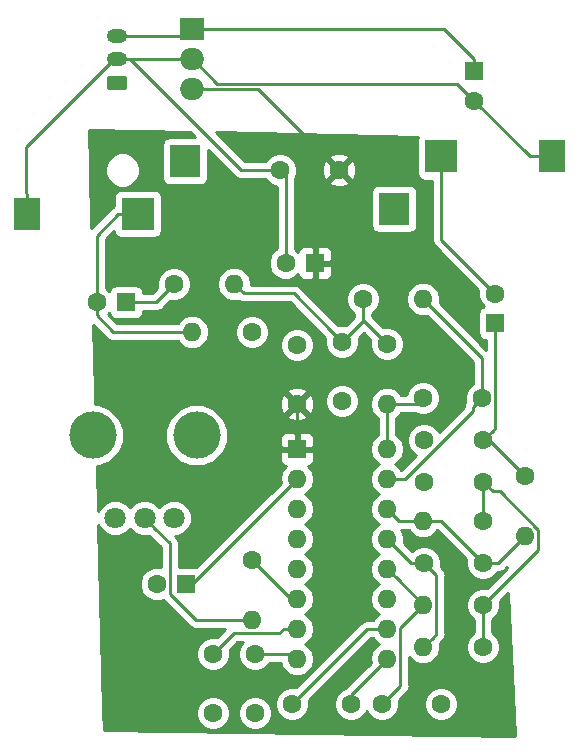
<source format=gbr>
G04 #@! TF.GenerationSoftware,KiCad,Pcbnew,(5.0.1)-rc2*
G04 #@! TF.CreationDate,2019-03-03T17:53:11-05:00*
G04 #@! TF.ProjectId,delay,64656C61792E6B696361645F70636200,rev?*
G04 #@! TF.SameCoordinates,Original*
G04 #@! TF.FileFunction,Copper,L1,Top,Signal*
G04 #@! TF.FilePolarity,Positive*
%FSLAX46Y46*%
G04 Gerber Fmt 4.6, Leading zero omitted, Abs format (unit mm)*
G04 Created by KiCad (PCBNEW (5.0.1)-rc2) date 3/3/2019 5:53:11 PM*
%MOMM*%
%LPD*%
G01*
G04 APERTURE LIST*
G04 #@! TA.AperFunction,ComponentPad*
%ADD10R,2.000000X1.905000*%
G04 #@! TD*
G04 #@! TA.AperFunction,ComponentPad*
%ADD11O,2.000000X1.905000*%
G04 #@! TD*
G04 #@! TA.AperFunction,SMDPad,CuDef*
%ADD12R,2.600000X2.800000*%
G04 #@! TD*
G04 #@! TA.AperFunction,SMDPad,CuDef*
%ADD13R,2.800000X2.800000*%
G04 #@! TD*
G04 #@! TA.AperFunction,SMDPad,CuDef*
%ADD14R,2.200000X2.800000*%
G04 #@! TD*
G04 #@! TA.AperFunction,ComponentPad*
%ADD15R,1.600000X1.600000*%
G04 #@! TD*
G04 #@! TA.AperFunction,ComponentPad*
%ADD16C,1.600000*%
G04 #@! TD*
G04 #@! TA.AperFunction,Conductor*
%ADD17C,0.100000*%
G04 #@! TD*
G04 #@! TA.AperFunction,ComponentPad*
%ADD18C,1.200000*%
G04 #@! TD*
G04 #@! TA.AperFunction,ComponentPad*
%ADD19O,1.750000X1.200000*%
G04 #@! TD*
G04 #@! TA.AperFunction,ComponentPad*
%ADD20O,1.600000X1.600000*%
G04 #@! TD*
G04 #@! TA.AperFunction,ComponentPad*
%ADD21C,1.800000*%
G04 #@! TD*
G04 #@! TA.AperFunction,WasherPad*
%ADD22C,4.000000*%
G04 #@! TD*
G04 #@! TA.AperFunction,Conductor*
%ADD23C,0.250000*%
G04 #@! TD*
G04 #@! TA.AperFunction,Conductor*
%ADD24C,0.254000*%
G04 #@! TD*
G04 APERTURE END LIST*
D10*
G04 #@! TO.P,U1,1*
G04 #@! TO.N,+12V*
X143764000Y-33782000D03*
D11*
G04 #@! TO.P,U1,2*
G04 #@! TO.N,GND*
X143764000Y-36322000D03*
G04 #@! TO.P,U1,3*
G04 #@! TO.N,+5V*
X143764000Y-38862000D03*
G04 #@! TD*
D12*
G04 #@! TO.P,J3,TN*
G04 #@! TO.N,Net-(J3-PadTN)*
X143170000Y-44970000D03*
D13*
G04 #@! TO.P,J3,T*
G04 #@! TO.N,Input*
X139170000Y-49420000D03*
D14*
G04 #@! TO.P,J3,S*
G04 #@! TO.N,GND*
X129770000Y-49420000D03*
G04 #@! TD*
G04 #@! TO.P,J2,S*
G04 #@! TO.N,GND*
X174268000Y-44560000D03*
D13*
G04 #@! TO.P,J2,T*
G04 #@! TO.N,Output*
X164868000Y-44560000D03*
D12*
G04 #@! TO.P,J2,TN*
G04 #@! TO.N,Net-(J2-PadTN)*
X160868000Y-49010000D03*
G04 #@! TD*
D15*
G04 #@! TO.P,C1,1*
G04 #@! TO.N,+12V*
X167640000Y-37338000D03*
D16*
G04 #@! TO.P,C1,2*
G04 #@! TO.N,GND*
X167640000Y-39838000D03*
G04 #@! TD*
G04 #@! TO.P,C2,2*
G04 #@! TO.N,GND*
X151210000Y-45720000D03*
G04 #@! TO.P,C2,1*
G04 #@! TO.N,+5V*
X156210000Y-45720000D03*
G04 #@! TD*
D15*
G04 #@! TO.P,C3,1*
G04 #@! TO.N,Net-(C3-Pad1)*
X143256000Y-80772000D03*
D16*
G04 #@! TO.P,C3,2*
G04 #@! TO.N,GND*
X140756000Y-80772000D03*
G04 #@! TD*
G04 #@! TO.P,C4,2*
G04 #@! TO.N,Net-(C4-Pad2)*
X145542000Y-86694000D03*
G04 #@! TO.P,C4,1*
G04 #@! TO.N,GND*
X145542000Y-91694000D03*
G04 #@! TD*
G04 #@! TO.P,C5,2*
G04 #@! TO.N,GND*
X151678000Y-53594000D03*
D15*
G04 #@! TO.P,C5,1*
G04 #@! TO.N,+5V*
X154178000Y-53594000D03*
G04 #@! TD*
D16*
G04 #@! TO.P,C6,2*
G04 #@! TO.N,GND*
X152654000Y-60532000D03*
G04 #@! TO.P,C6,1*
G04 #@! TO.N,+5V*
X152654000Y-65532000D03*
G04 #@! TD*
G04 #@! TO.P,C7,1*
G04 #@! TO.N,GND*
X149098000Y-91694000D03*
G04 #@! TO.P,C7,2*
G04 #@! TO.N,Net-(C7-Pad2)*
X149098000Y-86694000D03*
G04 #@! TD*
G04 #@! TO.P,C8,2*
G04 #@! TO.N,Net-(C8-Pad2)*
X168322000Y-65024000D03*
G04 #@! TO.P,C8,1*
G04 #@! TO.N,Net-(C8-Pad1)*
X163322000Y-65024000D03*
G04 #@! TD*
G04 #@! TO.P,C9,1*
G04 #@! TO.N,GND*
X156464000Y-65278000D03*
G04 #@! TO.P,C9,2*
G04 #@! TO.N,Net-(C9-Pad2)*
X156464000Y-60278000D03*
G04 #@! TD*
G04 #@! TO.P,C10,1*
G04 #@! TO.N,Net-(C10-Pad1)*
X157226000Y-90932000D03*
G04 #@! TO.P,C10,2*
G04 #@! TO.N,Net-(C10-Pad2)*
X152226000Y-90932000D03*
G04 #@! TD*
G04 #@! TO.P,C11,1*
G04 #@! TO.N,Net-(C11-Pad1)*
X164846000Y-90932000D03*
G04 #@! TO.P,C11,2*
G04 #@! TO.N,Net-(C11-Pad2)*
X159846000Y-90932000D03*
G04 #@! TD*
G04 #@! TO.P,C12,1*
G04 #@! TO.N,Net-(C12-Pad1)*
X168402000Y-78994000D03*
G04 #@! TO.P,C12,2*
G04 #@! TO.N,Net-(C12-Pad2)*
X163402000Y-78994000D03*
G04 #@! TD*
G04 #@! TO.P,C13,1*
G04 #@! TO.N,Net-(C13-Pad1)*
X168402000Y-68580000D03*
G04 #@! TO.P,C13,2*
G04 #@! TO.N,GND*
X163402000Y-68580000D03*
G04 #@! TD*
D15*
G04 #@! TO.P,C14,1*
G04 #@! TO.N,Net-(C13-Pad1)*
X169418000Y-58674000D03*
D16*
G04 #@! TO.P,C14,2*
G04 #@! TO.N,Output*
X169418000Y-56174000D03*
G04 #@! TD*
G04 #@! TO.P,C15,2*
G04 #@! TO.N,Input*
X135676000Y-56896000D03*
D15*
G04 #@! TO.P,C15,1*
G04 #@! TO.N,Net-(C15-Pad1)*
X138176000Y-56896000D03*
G04 #@! TD*
D16*
G04 #@! TO.P,C16,2*
G04 #@! TO.N,GND*
X163402000Y-72136000D03*
G04 #@! TO.P,C16,1*
G04 #@! TO.N,Net-(C16-Pad1)*
X168402000Y-72136000D03*
G04 #@! TD*
D17*
G04 #@! TO.N,-12V*
G04 #@! TO.C,J1*
G36*
X138063505Y-37755204D02*
X138087773Y-37758804D01*
X138111572Y-37764765D01*
X138134671Y-37773030D01*
X138156850Y-37783520D01*
X138177893Y-37796132D01*
X138197599Y-37810747D01*
X138215777Y-37827223D01*
X138232253Y-37845401D01*
X138246868Y-37865107D01*
X138259480Y-37886150D01*
X138269970Y-37908329D01*
X138278235Y-37931428D01*
X138284196Y-37955227D01*
X138287796Y-37979495D01*
X138289000Y-38003999D01*
X138289000Y-38704001D01*
X138287796Y-38728505D01*
X138284196Y-38752773D01*
X138278235Y-38776572D01*
X138269970Y-38799671D01*
X138259480Y-38821850D01*
X138246868Y-38842893D01*
X138232253Y-38862599D01*
X138215777Y-38880777D01*
X138197599Y-38897253D01*
X138177893Y-38911868D01*
X138156850Y-38924480D01*
X138134671Y-38934970D01*
X138111572Y-38943235D01*
X138087773Y-38949196D01*
X138063505Y-38952796D01*
X138039001Y-38954000D01*
X136788999Y-38954000D01*
X136764495Y-38952796D01*
X136740227Y-38949196D01*
X136716428Y-38943235D01*
X136693329Y-38934970D01*
X136671150Y-38924480D01*
X136650107Y-38911868D01*
X136630401Y-38897253D01*
X136612223Y-38880777D01*
X136595747Y-38862599D01*
X136581132Y-38842893D01*
X136568520Y-38821850D01*
X136558030Y-38799671D01*
X136549765Y-38776572D01*
X136543804Y-38752773D01*
X136540204Y-38728505D01*
X136539000Y-38704001D01*
X136539000Y-38003999D01*
X136540204Y-37979495D01*
X136543804Y-37955227D01*
X136549765Y-37931428D01*
X136558030Y-37908329D01*
X136568520Y-37886150D01*
X136581132Y-37865107D01*
X136595747Y-37845401D01*
X136612223Y-37827223D01*
X136630401Y-37810747D01*
X136650107Y-37796132D01*
X136671150Y-37783520D01*
X136693329Y-37773030D01*
X136716428Y-37764765D01*
X136740227Y-37758804D01*
X136764495Y-37755204D01*
X136788999Y-37754000D01*
X138039001Y-37754000D01*
X138063505Y-37755204D01*
X138063505Y-37755204D01*
G37*
D18*
G04 #@! TD*
G04 #@! TO.P,J1,1*
G04 #@! TO.N,-12V*
X137414000Y-38354000D03*
D19*
G04 #@! TO.P,J1,2*
G04 #@! TO.N,GND*
X137414000Y-36354000D03*
G04 #@! TO.P,J1,3*
G04 #@! TO.N,+12V*
X137414000Y-34354000D03*
G04 #@! TD*
D16*
G04 #@! TO.P,R1,1*
G04 #@! TO.N,Net-(R1-Pad1)*
X148844000Y-78740000D03*
D20*
G04 #@! TO.P,R1,2*
G04 #@! TO.N,Net-(R1-Pad2)*
X148844000Y-83820000D03*
G04 #@! TD*
G04 #@! TO.P,R2,2*
G04 #@! TO.N,Net-(C8-Pad1)*
X160274000Y-65532000D03*
D16*
G04 #@! TO.P,R2,1*
G04 #@! TO.N,Net-(C9-Pad2)*
X160274000Y-60452000D03*
G04 #@! TD*
G04 #@! TO.P,R3,1*
G04 #@! TO.N,Net-(C9-Pad2)*
X158242000Y-56642000D03*
D20*
G04 #@! TO.P,R3,2*
G04 #@! TO.N,Net-(C8-Pad2)*
X163322000Y-56642000D03*
G04 #@! TD*
G04 #@! TO.P,R4,2*
G04 #@! TO.N,Net-(C12-Pad1)*
X171958000Y-76708000D03*
D16*
G04 #@! TO.P,R4,1*
G04 #@! TO.N,Net-(C13-Pad1)*
X171958000Y-71628000D03*
G04 #@! TD*
D20*
G04 #@! TO.P,R5,2*
G04 #@! TO.N,Net-(C11-Pad2)*
X163322000Y-82550000D03*
D16*
G04 #@! TO.P,R5,1*
G04 #@! TO.N,Net-(C16-Pad1)*
X168402000Y-82550000D03*
G04 #@! TD*
G04 #@! TO.P,R6,1*
G04 #@! TO.N,Net-(C16-Pad1)*
X168402000Y-75438000D03*
D20*
G04 #@! TO.P,R6,2*
G04 #@! TO.N,Net-(C12-Pad1)*
X163322000Y-75438000D03*
G04 #@! TD*
D16*
G04 #@! TO.P,R7,1*
G04 #@! TO.N,Net-(C16-Pad1)*
X168402000Y-86106000D03*
D20*
G04 #@! TO.P,R7,2*
G04 #@! TO.N,Net-(C12-Pad2)*
X163322000Y-86106000D03*
G04 #@! TD*
G04 #@! TO.P,R8,2*
G04 #@! TO.N,Net-(C9-Pad2)*
X147320000Y-55372000D03*
D16*
G04 #@! TO.P,R8,1*
G04 #@! TO.N,Net-(C15-Pad1)*
X142240000Y-55372000D03*
G04 #@! TD*
G04 #@! TO.P,R9,1*
G04 #@! TO.N,GND*
X148844000Y-59436000D03*
D20*
G04 #@! TO.P,R9,2*
G04 #@! TO.N,Input*
X143764000Y-59436000D03*
G04 #@! TD*
D21*
G04 #@! TO.P,RV1,3*
G04 #@! TO.N,Net-(RV1-Pad3)*
X137240000Y-75184000D03*
G04 #@! TO.P,RV1,2*
G04 #@! TO.N,Net-(R1-Pad2)*
X139740000Y-75184000D03*
G04 #@! TO.P,RV1,1*
G04 #@! TO.N,GND*
X142240000Y-75184000D03*
D22*
G04 #@! TO.P,RV1,*
G04 #@! TO.N,*
X135340000Y-68184000D03*
X144140000Y-68184000D03*
G04 #@! TD*
D15*
G04 #@! TO.P,U2,1*
G04 #@! TO.N,+5V*
X152654000Y-69342000D03*
D20*
G04 #@! TO.P,U2,9*
G04 #@! TO.N,Net-(C10-Pad1)*
X160274000Y-87122000D03*
G04 #@! TO.P,U2,2*
G04 #@! TO.N,Net-(C3-Pad1)*
X152654000Y-71882000D03*
G04 #@! TO.P,U2,10*
G04 #@! TO.N,Net-(C10-Pad2)*
X160274000Y-84582000D03*
G04 #@! TO.P,U2,3*
G04 #@! TO.N,GND*
X152654000Y-74422000D03*
G04 #@! TO.P,U2,11*
G04 #@! TO.N,Net-(C11-Pad1)*
X160274000Y-82042000D03*
G04 #@! TO.P,U2,4*
G04 #@! TO.N,GND*
X152654000Y-76962000D03*
G04 #@! TO.P,U2,12*
G04 #@! TO.N,Net-(C11-Pad2)*
X160274000Y-79502000D03*
G04 #@! TO.P,U2,5*
G04 #@! TO.N,Net-(U2-Pad5)*
X152654000Y-79502000D03*
G04 #@! TO.P,U2,13*
G04 #@! TO.N,Net-(C12-Pad2)*
X160274000Y-76962000D03*
G04 #@! TO.P,U2,6*
G04 #@! TO.N,Net-(R1-Pad1)*
X152654000Y-82042000D03*
G04 #@! TO.P,U2,14*
G04 #@! TO.N,Net-(C12-Pad1)*
X160274000Y-74422000D03*
G04 #@! TO.P,U2,7*
G04 #@! TO.N,Net-(C4-Pad2)*
X152654000Y-84582000D03*
G04 #@! TO.P,U2,15*
G04 #@! TO.N,Net-(C8-Pad2)*
X160274000Y-71882000D03*
G04 #@! TO.P,U2,8*
G04 #@! TO.N,Net-(C7-Pad2)*
X152654000Y-87122000D03*
G04 #@! TO.P,U2,16*
G04 #@! TO.N,Net-(C8-Pad1)*
X160274000Y-69342000D03*
G04 #@! TD*
D23*
G04 #@! TO.N,+12V*
X143192000Y-34354000D02*
X143764000Y-33782000D01*
X137414000Y-34354000D02*
X143192000Y-34354000D01*
X145014000Y-33782000D02*
X143764000Y-33782000D01*
X165134000Y-33782000D02*
X145014000Y-33782000D01*
X167640000Y-36288000D02*
X165134000Y-33782000D01*
X167640000Y-37338000D02*
X167640000Y-36288000D01*
G04 #@! TO.N,GND*
X143732000Y-36354000D02*
X143764000Y-36322000D01*
X137414000Y-36354000D02*
X143732000Y-36354000D01*
X129770000Y-47770000D02*
X129770000Y-49420000D01*
X129694999Y-47694999D02*
X129770000Y-47770000D01*
X129694999Y-43798001D02*
X129694999Y-47694999D01*
X137139000Y-36354000D02*
X129694999Y-43798001D01*
X137414000Y-36354000D02*
X137139000Y-36354000D01*
X150078630Y-45720000D02*
X151210000Y-45720000D01*
X147905000Y-45720000D02*
X150078630Y-45720000D01*
X138539000Y-36354000D02*
X147905000Y-45720000D01*
X137414000Y-36354000D02*
X138539000Y-36354000D01*
X172362000Y-44560000D02*
X167640000Y-39838000D01*
X174268000Y-44560000D02*
X172362000Y-44560000D01*
X143811500Y-36322000D02*
X143764000Y-36322000D01*
X145901491Y-38411991D02*
X143811500Y-36322000D01*
X166213991Y-38411991D02*
X145901491Y-38411991D01*
X167640000Y-39838000D02*
X166213991Y-38411991D01*
X151678000Y-46188000D02*
X151210000Y-45720000D01*
X151678000Y-53594000D02*
X151678000Y-46188000D01*
G04 #@! TO.N,+5V*
X149352000Y-38862000D02*
X156210000Y-45720000D01*
X143764000Y-38862000D02*
X149352000Y-38862000D01*
X154178000Y-47752000D02*
X156210000Y-45720000D01*
X154178000Y-53594000D02*
X154178000Y-47752000D01*
X152654000Y-65532000D02*
X152654000Y-69342000D01*
G04 #@! TO.N,Net-(C3-Pad1)*
X143764000Y-80772000D02*
X143256000Y-80772000D01*
X152654000Y-71882000D02*
X143764000Y-80772000D01*
G04 #@! TO.N,Net-(C4-Pad2)*
X151522630Y-84582000D02*
X152654000Y-84582000D01*
X151159629Y-84945001D02*
X151522630Y-84582000D01*
X147290999Y-84945001D02*
X151159629Y-84945001D01*
X145542000Y-86694000D02*
X147290999Y-84945001D01*
G04 #@! TO.N,Net-(C7-Pad2)*
X152226000Y-86694000D02*
X152654000Y-87122000D01*
X149098000Y-86694000D02*
X152226000Y-86694000D01*
G04 #@! TO.N,Net-(C8-Pad2)*
X168322000Y-61642000D02*
X163322000Y-56642000D01*
X168322000Y-65024000D02*
X168322000Y-61642000D01*
X167522001Y-65823999D02*
X168322000Y-65024000D01*
X167522001Y-66125001D02*
X167522001Y-65823999D01*
X161765002Y-71882000D02*
X167522001Y-66125001D01*
X160274000Y-71882000D02*
X161765002Y-71882000D01*
G04 #@! TO.N,Net-(C8-Pad1)*
X160274000Y-65532000D02*
X160274000Y-69342000D01*
X162814000Y-65532000D02*
X163322000Y-65024000D01*
X160274000Y-65532000D02*
X162814000Y-65532000D01*
G04 #@! TO.N,Net-(C9-Pad2)*
X158242000Y-58500000D02*
X158242000Y-56642000D01*
X156464000Y-60278000D02*
X158242000Y-58500000D01*
X158242000Y-58420000D02*
X158242000Y-56642000D01*
X160274000Y-60452000D02*
X158242000Y-58420000D01*
X155664001Y-59478001D02*
X156464000Y-60278000D01*
X152357999Y-56171999D02*
X155664001Y-59478001D01*
X148119999Y-56171999D02*
X152357999Y-56171999D01*
X147320000Y-55372000D02*
X148119999Y-56171999D01*
G04 #@! TO.N,Net-(C10-Pad1)*
X157226000Y-90170000D02*
X157226000Y-90932000D01*
X160274000Y-87122000D02*
X157226000Y-90170000D01*
G04 #@! TO.N,Net-(C10-Pad2)*
X158576000Y-84582000D02*
X160274000Y-84582000D01*
X152226000Y-90932000D02*
X158576000Y-84582000D01*
G04 #@! TO.N,Net-(C11-Pad2)*
X160645999Y-90132001D02*
X159846000Y-90932000D01*
X161399001Y-89378999D02*
X160645999Y-90132001D01*
X161399001Y-84472999D02*
X161399001Y-89378999D01*
X163322000Y-82550000D02*
X161399001Y-84472999D01*
X161073999Y-80301999D02*
X163322000Y-82550000D01*
X160274000Y-79502000D02*
X161073999Y-80301999D01*
G04 #@! TO.N,Net-(C12-Pad1)*
X169672000Y-78994000D02*
X168402000Y-78994000D01*
X171958000Y-76708000D02*
X169672000Y-78994000D01*
X164846000Y-75438000D02*
X168402000Y-78994000D01*
X163322000Y-75438000D02*
X164846000Y-75438000D01*
X161290000Y-75438000D02*
X163322000Y-75438000D01*
X160274000Y-74422000D02*
X161290000Y-75438000D01*
G04 #@! TO.N,Net-(C12-Pad2)*
X164121999Y-85306001D02*
X163322000Y-86106000D01*
X164447001Y-84980999D02*
X164121999Y-85306001D01*
X164447001Y-80039001D02*
X164447001Y-84980999D01*
X163402000Y-78994000D02*
X164447001Y-80039001D01*
X162306000Y-78994000D02*
X163402000Y-78994000D01*
X160274000Y-76962000D02*
X162306000Y-78994000D01*
G04 #@! TO.N,Net-(C13-Pad1)*
X169201999Y-67780001D02*
X168402000Y-68580000D01*
X169447001Y-67534999D02*
X169201999Y-67780001D01*
X169447001Y-59753001D02*
X169447001Y-67534999D01*
X169418000Y-59724000D02*
X169447001Y-59753001D01*
X169418000Y-58674000D02*
X169418000Y-59724000D01*
X168910000Y-68580000D02*
X168402000Y-68580000D01*
X171958000Y-71628000D02*
X168910000Y-68580000D01*
G04 #@! TO.N,Output*
X164868000Y-51624000D02*
X169418000Y-56174000D01*
X164868000Y-44560000D02*
X164868000Y-51624000D01*
G04 #@! TO.N,Input*
X137520000Y-49420000D02*
X139170000Y-49420000D01*
X135676000Y-51264000D02*
X137520000Y-49420000D01*
X135676000Y-56896000D02*
X135676000Y-51264000D01*
X142632630Y-59436000D02*
X143764000Y-59436000D01*
X137084630Y-59436000D02*
X142632630Y-59436000D01*
X135676000Y-58027370D02*
X137084630Y-59436000D01*
X135676000Y-56896000D02*
X135676000Y-58027370D01*
G04 #@! TO.N,Net-(C15-Pad1)*
X140716000Y-56896000D02*
X142240000Y-55372000D01*
X138176000Y-56896000D02*
X140716000Y-56896000D01*
G04 #@! TO.N,Net-(C16-Pad1)*
X168402000Y-72136000D02*
X168402000Y-75438000D01*
X168402000Y-86106000D02*
X168402000Y-82550000D01*
X169201999Y-72935999D02*
X168402000Y-72136000D01*
X169851001Y-72935999D02*
X169201999Y-72935999D01*
X173083001Y-76167999D02*
X169851001Y-72935999D01*
X173083001Y-77868999D02*
X173083001Y-76167999D01*
X168402000Y-82550000D02*
X173083001Y-77868999D01*
G04 #@! TO.N,Net-(R1-Pad1)*
X152146000Y-82042000D02*
X152654000Y-82042000D01*
X148844000Y-78740000D02*
X152146000Y-82042000D01*
G04 #@! TO.N,Net-(R1-Pad2)*
X140639999Y-76083999D02*
X139740000Y-75184000D01*
X141881001Y-77325001D02*
X140639999Y-76083999D01*
X141881001Y-81582003D02*
X141881001Y-77325001D01*
X144118998Y-83820000D02*
X141881001Y-81582003D01*
X148844000Y-83820000D02*
X144118998Y-83820000D01*
G04 #@! TD*
D24*
G04 #@! TO.N,+5V*
G36*
X143596510Y-42486312D02*
X144032758Y-42922560D01*
X141870000Y-42922560D01*
X141622235Y-42971843D01*
X141412191Y-43112191D01*
X141271843Y-43322235D01*
X141222560Y-43570000D01*
X141222560Y-46370000D01*
X141271843Y-46617765D01*
X141412191Y-46827809D01*
X141622235Y-46968157D01*
X141870000Y-47017440D01*
X144470000Y-47017440D01*
X144717765Y-46968157D01*
X144927809Y-46827809D01*
X145068157Y-46617765D01*
X145117440Y-46370000D01*
X145117440Y-44007242D01*
X147314670Y-46204472D01*
X147357071Y-46267929D01*
X147608463Y-46435904D01*
X147830148Y-46480000D01*
X147830152Y-46480000D01*
X147904999Y-46494888D01*
X147979846Y-46480000D01*
X149971570Y-46480000D01*
X149993466Y-46532862D01*
X150397138Y-46936534D01*
X150918001Y-47152283D01*
X150918000Y-52355570D01*
X150865138Y-52377466D01*
X150461466Y-52781138D01*
X150243000Y-53308561D01*
X150243000Y-53879439D01*
X150461466Y-54406862D01*
X150865138Y-54810534D01*
X151392561Y-55029000D01*
X151963439Y-55029000D01*
X152490862Y-54810534D01*
X152754155Y-54547241D01*
X152839673Y-54753699D01*
X153018302Y-54932327D01*
X153251691Y-55029000D01*
X153892250Y-55029000D01*
X154051000Y-54870250D01*
X154051000Y-53721000D01*
X154305000Y-53721000D01*
X154305000Y-54870250D01*
X154463750Y-55029000D01*
X155104309Y-55029000D01*
X155337698Y-54932327D01*
X155516327Y-54753699D01*
X155613000Y-54520310D01*
X155613000Y-53879750D01*
X155454250Y-53721000D01*
X154305000Y-53721000D01*
X154051000Y-53721000D01*
X154031000Y-53721000D01*
X154031000Y-53467000D01*
X154051000Y-53467000D01*
X154051000Y-52317750D01*
X154305000Y-52317750D01*
X154305000Y-53467000D01*
X155454250Y-53467000D01*
X155613000Y-53308250D01*
X155613000Y-52667690D01*
X155516327Y-52434301D01*
X155337698Y-52255673D01*
X155104309Y-52159000D01*
X154463750Y-52159000D01*
X154305000Y-52317750D01*
X154051000Y-52317750D01*
X153892250Y-52159000D01*
X153251691Y-52159000D01*
X153018302Y-52255673D01*
X152839673Y-52434301D01*
X152754155Y-52640759D01*
X152490862Y-52377466D01*
X152438000Y-52355570D01*
X152438000Y-47610000D01*
X158920560Y-47610000D01*
X158920560Y-50410000D01*
X158969843Y-50657765D01*
X159110191Y-50867809D01*
X159320235Y-51008157D01*
X159568000Y-51057440D01*
X162168000Y-51057440D01*
X162415765Y-51008157D01*
X162625809Y-50867809D01*
X162766157Y-50657765D01*
X162815440Y-50410000D01*
X162815440Y-47610000D01*
X162766157Y-47362235D01*
X162625809Y-47152191D01*
X162415765Y-47011843D01*
X162168000Y-46962560D01*
X159568000Y-46962560D01*
X159320235Y-47011843D01*
X159110191Y-47152191D01*
X158969843Y-47362235D01*
X158920560Y-47610000D01*
X152438000Y-47610000D01*
X152438000Y-46727745D01*
X155381861Y-46727745D01*
X155455995Y-46973864D01*
X155993223Y-47166965D01*
X156563454Y-47139778D01*
X156964005Y-46973864D01*
X157038139Y-46727745D01*
X156210000Y-45899605D01*
X155381861Y-46727745D01*
X152438000Y-46727745D01*
X152438000Y-46505181D01*
X152645000Y-46005439D01*
X152645000Y-45503223D01*
X154763035Y-45503223D01*
X154790222Y-46073454D01*
X154956136Y-46474005D01*
X155202255Y-46548139D01*
X156030395Y-45720000D01*
X156389605Y-45720000D01*
X157217745Y-46548139D01*
X157463864Y-46474005D01*
X157656965Y-45936777D01*
X157629778Y-45366546D01*
X157463864Y-44965995D01*
X157217745Y-44891861D01*
X156389605Y-45720000D01*
X156030395Y-45720000D01*
X155202255Y-44891861D01*
X154956136Y-44965995D01*
X154763035Y-45503223D01*
X152645000Y-45503223D01*
X152645000Y-45434561D01*
X152426534Y-44907138D01*
X152231651Y-44712255D01*
X155381861Y-44712255D01*
X156210000Y-45540395D01*
X157038139Y-44712255D01*
X156964005Y-44466136D01*
X156426777Y-44273035D01*
X155856546Y-44300222D01*
X155455995Y-44466136D01*
X155381861Y-44712255D01*
X152231651Y-44712255D01*
X152022862Y-44503466D01*
X151495439Y-44285000D01*
X150924561Y-44285000D01*
X150397138Y-44503466D01*
X149993466Y-44907138D01*
X149971570Y-44960000D01*
X148219802Y-44960000D01*
X145795341Y-42535539D01*
X162868740Y-42917780D01*
X162820560Y-43160000D01*
X162820560Y-45960000D01*
X162869843Y-46207765D01*
X163010191Y-46417809D01*
X163220235Y-46558157D01*
X163468000Y-46607440D01*
X164108000Y-46607440D01*
X164108001Y-51549148D01*
X164093112Y-51624000D01*
X164108001Y-51698852D01*
X164152097Y-51920537D01*
X164320072Y-52171929D01*
X164383528Y-52214329D01*
X168004896Y-55835698D01*
X167983000Y-55888561D01*
X167983000Y-56459439D01*
X168201466Y-56986862D01*
X168470503Y-57255899D01*
X168370235Y-57275843D01*
X168160191Y-57416191D01*
X168019843Y-57626235D01*
X167970560Y-57874000D01*
X167970560Y-59474000D01*
X168019843Y-59721765D01*
X168160191Y-59931809D01*
X168370235Y-60072157D01*
X168618000Y-60121440D01*
X168687001Y-60121440D01*
X168687001Y-60932199D01*
X164720688Y-56965887D01*
X164785113Y-56642000D01*
X164673740Y-56082091D01*
X164356577Y-55607423D01*
X163881909Y-55290260D01*
X163463333Y-55207000D01*
X163180667Y-55207000D01*
X162762091Y-55290260D01*
X162287423Y-55607423D01*
X161970260Y-56082091D01*
X161858887Y-56642000D01*
X161970260Y-57201909D01*
X162287423Y-57676577D01*
X162762091Y-57993740D01*
X163180667Y-58077000D01*
X163463333Y-58077000D01*
X163645887Y-58040688D01*
X167562001Y-61956803D01*
X167562000Y-63785570D01*
X167509138Y-63807466D01*
X167105466Y-64211138D01*
X166887000Y-64738561D01*
X166887000Y-65309439D01*
X166911789Y-65369284D01*
X166806097Y-65527462D01*
X166762001Y-65749147D01*
X166762001Y-65749152D01*
X166747113Y-65823999D01*
X166747294Y-65824907D01*
X164673167Y-67899033D01*
X164618534Y-67767138D01*
X164214862Y-67363466D01*
X163687439Y-67145000D01*
X163116561Y-67145000D01*
X162589138Y-67363466D01*
X162185466Y-67767138D01*
X161967000Y-68294561D01*
X161967000Y-68865439D01*
X162185466Y-69392862D01*
X162589138Y-69796534D01*
X162721034Y-69851167D01*
X161475284Y-71096917D01*
X161308577Y-70847423D01*
X160956242Y-70612000D01*
X161308577Y-70376577D01*
X161625740Y-69901909D01*
X161737113Y-69342000D01*
X161625740Y-68782091D01*
X161308577Y-68307423D01*
X161034000Y-68123957D01*
X161034000Y-66750043D01*
X161308577Y-66566577D01*
X161492043Y-66292000D01*
X162633388Y-66292000D01*
X163036561Y-66459000D01*
X163607439Y-66459000D01*
X164134862Y-66240534D01*
X164538534Y-65836862D01*
X164757000Y-65309439D01*
X164757000Y-64738561D01*
X164538534Y-64211138D01*
X164134862Y-63807466D01*
X163607439Y-63589000D01*
X163036561Y-63589000D01*
X162509138Y-63807466D01*
X162105466Y-64211138D01*
X161887000Y-64738561D01*
X161887000Y-64772000D01*
X161492043Y-64772000D01*
X161308577Y-64497423D01*
X160833909Y-64180260D01*
X160415333Y-64097000D01*
X160132667Y-64097000D01*
X159714091Y-64180260D01*
X159239423Y-64497423D01*
X158922260Y-64972091D01*
X158810887Y-65532000D01*
X158922260Y-66091909D01*
X159239423Y-66566577D01*
X159514000Y-66750044D01*
X159514001Y-68123956D01*
X159239423Y-68307423D01*
X158922260Y-68782091D01*
X158810887Y-69342000D01*
X158922260Y-69901909D01*
X159239423Y-70376577D01*
X159591758Y-70612000D01*
X159239423Y-70847423D01*
X158922260Y-71322091D01*
X158810887Y-71882000D01*
X158922260Y-72441909D01*
X159239423Y-72916577D01*
X159591758Y-73152000D01*
X159239423Y-73387423D01*
X158922260Y-73862091D01*
X158810887Y-74422000D01*
X158922260Y-74981909D01*
X159239423Y-75456577D01*
X159591758Y-75692000D01*
X159239423Y-75927423D01*
X158922260Y-76402091D01*
X158810887Y-76962000D01*
X158922260Y-77521909D01*
X159239423Y-77996577D01*
X159591758Y-78232000D01*
X159239423Y-78467423D01*
X158922260Y-78942091D01*
X158810887Y-79502000D01*
X158922260Y-80061909D01*
X159239423Y-80536577D01*
X159591758Y-80772000D01*
X159239423Y-81007423D01*
X158922260Y-81482091D01*
X158810887Y-82042000D01*
X158922260Y-82601909D01*
X159239423Y-83076577D01*
X159591758Y-83312000D01*
X159239423Y-83547423D01*
X159055957Y-83822000D01*
X158650846Y-83822000D01*
X158575999Y-83807112D01*
X158501152Y-83822000D01*
X158501148Y-83822000D01*
X158279463Y-83866096D01*
X158028071Y-84034071D01*
X157985671Y-84097527D01*
X152564302Y-89518897D01*
X152511439Y-89497000D01*
X151940561Y-89497000D01*
X151413138Y-89715466D01*
X151009466Y-90119138D01*
X150791000Y-90646561D01*
X150791000Y-91217439D01*
X151009466Y-91744862D01*
X151413138Y-92148534D01*
X151940561Y-92367000D01*
X152511439Y-92367000D01*
X153038862Y-92148534D01*
X153442534Y-91744862D01*
X153661000Y-91217439D01*
X153661000Y-90646561D01*
X153639103Y-90593698D01*
X158890802Y-85342000D01*
X159055957Y-85342000D01*
X159239423Y-85616577D01*
X159591758Y-85852000D01*
X159239423Y-86087423D01*
X158922260Y-86562091D01*
X158810887Y-87122000D01*
X158875312Y-87445886D01*
X156741918Y-89579281D01*
X156413138Y-89715466D01*
X156009466Y-90119138D01*
X155791000Y-90646561D01*
X155791000Y-91217439D01*
X156009466Y-91744862D01*
X156413138Y-92148534D01*
X156940561Y-92367000D01*
X157511439Y-92367000D01*
X158038862Y-92148534D01*
X158442534Y-91744862D01*
X158536000Y-91519215D01*
X158629466Y-91744862D01*
X159033138Y-92148534D01*
X159560561Y-92367000D01*
X160131439Y-92367000D01*
X160658862Y-92148534D01*
X161062534Y-91744862D01*
X161281000Y-91217439D01*
X161281000Y-90646561D01*
X163411000Y-90646561D01*
X163411000Y-91217439D01*
X163629466Y-91744862D01*
X164033138Y-92148534D01*
X164560561Y-92367000D01*
X165131439Y-92367000D01*
X165658862Y-92148534D01*
X166062534Y-91744862D01*
X166281000Y-91217439D01*
X166281000Y-90646561D01*
X166062534Y-90119138D01*
X165658862Y-89715466D01*
X165131439Y-89497000D01*
X164560561Y-89497000D01*
X164033138Y-89715466D01*
X163629466Y-90119138D01*
X163411000Y-90646561D01*
X161281000Y-90646561D01*
X161259103Y-90593698D01*
X161883474Y-89969328D01*
X161946930Y-89926928D01*
X162114905Y-89675536D01*
X162159001Y-89453851D01*
X162159001Y-89453847D01*
X162173889Y-89378999D01*
X162159001Y-89304151D01*
X162159001Y-86948380D01*
X162287423Y-87140577D01*
X162762091Y-87457740D01*
X163180667Y-87541000D01*
X163463333Y-87541000D01*
X163881909Y-87457740D01*
X164356577Y-87140577D01*
X164673740Y-86665909D01*
X164785113Y-86106000D01*
X164720688Y-85782113D01*
X164931471Y-85571330D01*
X164994930Y-85528928D01*
X165162905Y-85277536D01*
X165207001Y-85055851D01*
X165207001Y-85055847D01*
X165221889Y-84981000D01*
X165207001Y-84906153D01*
X165207001Y-80113849D01*
X165221889Y-80039001D01*
X165207001Y-79964153D01*
X165207001Y-79964149D01*
X165162905Y-79742464D01*
X164994930Y-79491072D01*
X164931474Y-79448672D01*
X164815104Y-79332302D01*
X164837000Y-79279439D01*
X164837000Y-78708561D01*
X164618534Y-78181138D01*
X164214862Y-77777466D01*
X163687439Y-77559000D01*
X163116561Y-77559000D01*
X162589138Y-77777466D01*
X162376703Y-77989901D01*
X161672688Y-77285886D01*
X161737113Y-76962000D01*
X161625740Y-76402091D01*
X161489371Y-76198000D01*
X162103957Y-76198000D01*
X162287423Y-76472577D01*
X162762091Y-76789740D01*
X163180667Y-76873000D01*
X163463333Y-76873000D01*
X163881909Y-76789740D01*
X164356577Y-76472577D01*
X164536501Y-76203302D01*
X166988896Y-78655699D01*
X166967000Y-78708561D01*
X166967000Y-79279439D01*
X167185466Y-79806862D01*
X167589138Y-80210534D01*
X168116561Y-80429000D01*
X168687439Y-80429000D01*
X169214862Y-80210534D01*
X169618534Y-79806862D01*
X169637136Y-79761953D01*
X169672000Y-79768888D01*
X169746847Y-79754000D01*
X169746852Y-79754000D01*
X169968537Y-79709904D01*
X170219929Y-79541929D01*
X170262331Y-79478470D01*
X170420610Y-79320191D01*
X170426483Y-79450716D01*
X168740302Y-81136897D01*
X168687439Y-81115000D01*
X168116561Y-81115000D01*
X167589138Y-81333466D01*
X167185466Y-81737138D01*
X166967000Y-82264561D01*
X166967000Y-82835439D01*
X167185466Y-83362862D01*
X167589138Y-83766534D01*
X167642001Y-83788430D01*
X167642000Y-84867570D01*
X167589138Y-84889466D01*
X167185466Y-85293138D01*
X166967000Y-85820561D01*
X166967000Y-86391439D01*
X167185466Y-86918862D01*
X167589138Y-87322534D01*
X168116561Y-87541000D01*
X168687439Y-87541000D01*
X169214862Y-87322534D01*
X169618534Y-86918862D01*
X169837000Y-86391439D01*
X169837000Y-85820561D01*
X169618534Y-85293138D01*
X169214862Y-84889466D01*
X169162000Y-84867570D01*
X169162000Y-83788430D01*
X169214862Y-83766534D01*
X169618534Y-83362862D01*
X169837000Y-82835439D01*
X169837000Y-82264561D01*
X169815103Y-82211698D01*
X170519050Y-81507751D01*
X171063069Y-93597060D01*
X136267925Y-93092782D01*
X136226029Y-91408561D01*
X144107000Y-91408561D01*
X144107000Y-91979439D01*
X144325466Y-92506862D01*
X144729138Y-92910534D01*
X145256561Y-93129000D01*
X145827439Y-93129000D01*
X146354862Y-92910534D01*
X146758534Y-92506862D01*
X146977000Y-91979439D01*
X146977000Y-91408561D01*
X147663000Y-91408561D01*
X147663000Y-91979439D01*
X147881466Y-92506862D01*
X148285138Y-92910534D01*
X148812561Y-93129000D01*
X149383439Y-93129000D01*
X149910862Y-92910534D01*
X150314534Y-92506862D01*
X150533000Y-91979439D01*
X150533000Y-91408561D01*
X150314534Y-90881138D01*
X149910862Y-90477466D01*
X149383439Y-90259000D01*
X148812561Y-90259000D01*
X148285138Y-90477466D01*
X147881466Y-90881138D01*
X147663000Y-91408561D01*
X146977000Y-91408561D01*
X146758534Y-90881138D01*
X146354862Y-90477466D01*
X145827439Y-90259000D01*
X145256561Y-90259000D01*
X144729138Y-90477466D01*
X144325466Y-90881138D01*
X144107000Y-91408561D01*
X136226029Y-91408561D01*
X135838016Y-75810460D01*
X135938690Y-76053507D01*
X136370493Y-76485310D01*
X136934670Y-76719000D01*
X137545330Y-76719000D01*
X138109507Y-76485310D01*
X138490000Y-76104817D01*
X138870493Y-76485310D01*
X139434670Y-76719000D01*
X140045330Y-76719000D01*
X140154838Y-76673640D01*
X140155526Y-76674328D01*
X140155529Y-76674330D01*
X141121002Y-77639804D01*
X141121002Y-79369956D01*
X141041439Y-79337000D01*
X140470561Y-79337000D01*
X139943138Y-79555466D01*
X139539466Y-79959138D01*
X139321000Y-80486561D01*
X139321000Y-81057439D01*
X139539466Y-81584862D01*
X139943138Y-81988534D01*
X140470561Y-82207000D01*
X141041439Y-82207000D01*
X141310186Y-82095681D01*
X141333072Y-82129932D01*
X141396531Y-82172334D01*
X143528669Y-84304473D01*
X143571069Y-84367929D01*
X143634525Y-84410329D01*
X143822460Y-84535904D01*
X143870603Y-84545480D01*
X144044146Y-84580000D01*
X144044150Y-84580000D01*
X144118998Y-84594888D01*
X144193846Y-84580000D01*
X146581198Y-84580000D01*
X145880302Y-85280897D01*
X145827439Y-85259000D01*
X145256561Y-85259000D01*
X144729138Y-85477466D01*
X144325466Y-85881138D01*
X144107000Y-86408561D01*
X144107000Y-86979439D01*
X144325466Y-87506862D01*
X144729138Y-87910534D01*
X145256561Y-88129000D01*
X145827439Y-88129000D01*
X146354862Y-87910534D01*
X146758534Y-87506862D01*
X146977000Y-86979439D01*
X146977000Y-86408561D01*
X146955103Y-86355698D01*
X147605801Y-85705001D01*
X148057603Y-85705001D01*
X147881466Y-85881138D01*
X147663000Y-86408561D01*
X147663000Y-86979439D01*
X147881466Y-87506862D01*
X148285138Y-87910534D01*
X148812561Y-88129000D01*
X149383439Y-88129000D01*
X149910862Y-87910534D01*
X150314534Y-87506862D01*
X150336430Y-87454000D01*
X151256926Y-87454000D01*
X151302260Y-87681909D01*
X151619423Y-88156577D01*
X152094091Y-88473740D01*
X152512667Y-88557000D01*
X152795333Y-88557000D01*
X153213909Y-88473740D01*
X153688577Y-88156577D01*
X154005740Y-87681909D01*
X154117113Y-87122000D01*
X154005740Y-86562091D01*
X153688577Y-86087423D01*
X153336242Y-85852000D01*
X153688577Y-85616577D01*
X154005740Y-85141909D01*
X154117113Y-84582000D01*
X154005740Y-84022091D01*
X153688577Y-83547423D01*
X153336242Y-83312000D01*
X153688577Y-83076577D01*
X154005740Y-82601909D01*
X154117113Y-82042000D01*
X154005740Y-81482091D01*
X153688577Y-81007423D01*
X153336242Y-80772000D01*
X153688577Y-80536577D01*
X154005740Y-80061909D01*
X154117113Y-79502000D01*
X154005740Y-78942091D01*
X153688577Y-78467423D01*
X153336242Y-78232000D01*
X153688577Y-77996577D01*
X154005740Y-77521909D01*
X154117113Y-76962000D01*
X154005740Y-76402091D01*
X153688577Y-75927423D01*
X153336242Y-75692000D01*
X153688577Y-75456577D01*
X154005740Y-74981909D01*
X154117113Y-74422000D01*
X154005740Y-73862091D01*
X153688577Y-73387423D01*
X153336242Y-73152000D01*
X153688577Y-72916577D01*
X154005740Y-72441909D01*
X154117113Y-71882000D01*
X154005740Y-71322091D01*
X153688577Y-70847423D01*
X153582082Y-70776265D01*
X153813698Y-70680327D01*
X153992327Y-70501699D01*
X154089000Y-70268310D01*
X154089000Y-69627750D01*
X153930250Y-69469000D01*
X152781000Y-69469000D01*
X152781000Y-69489000D01*
X152527000Y-69489000D01*
X152527000Y-69469000D01*
X151377750Y-69469000D01*
X151219000Y-69627750D01*
X151219000Y-70268310D01*
X151315673Y-70501699D01*
X151494302Y-70680327D01*
X151725918Y-70776265D01*
X151619423Y-70847423D01*
X151302260Y-71322091D01*
X151190887Y-71882000D01*
X151255312Y-72205886D01*
X144123260Y-79337939D01*
X144056000Y-79324560D01*
X142641001Y-79324560D01*
X142641001Y-77399848D01*
X142655889Y-77325001D01*
X142641001Y-77250154D01*
X142641001Y-77250149D01*
X142596905Y-77028464D01*
X142428930Y-76777072D01*
X142365474Y-76734672D01*
X142349802Y-76719000D01*
X142545330Y-76719000D01*
X143109507Y-76485310D01*
X143541310Y-76053507D01*
X143775000Y-75489330D01*
X143775000Y-74878670D01*
X143541310Y-74314493D01*
X143109507Y-73882690D01*
X142545330Y-73649000D01*
X141934670Y-73649000D01*
X141370493Y-73882690D01*
X140990000Y-74263183D01*
X140609507Y-73882690D01*
X140045330Y-73649000D01*
X139434670Y-73649000D01*
X138870493Y-73882690D01*
X138490000Y-74263183D01*
X138109507Y-73882690D01*
X137545330Y-73649000D01*
X136934670Y-73649000D01*
X136370493Y-73882690D01*
X135938690Y-74314493D01*
X135808615Y-74628522D01*
X135713851Y-70819000D01*
X135864134Y-70819000D01*
X136832608Y-70417845D01*
X137573845Y-69676608D01*
X137975000Y-68708134D01*
X137975000Y-67659866D01*
X141505000Y-67659866D01*
X141505000Y-68708134D01*
X141906155Y-69676608D01*
X142647392Y-70417845D01*
X143615866Y-70819000D01*
X144664134Y-70819000D01*
X145632608Y-70417845D01*
X146373845Y-69676608D01*
X146775000Y-68708134D01*
X146775000Y-68415690D01*
X151219000Y-68415690D01*
X151219000Y-69056250D01*
X151377750Y-69215000D01*
X152527000Y-69215000D01*
X152527000Y-68065750D01*
X152781000Y-68065750D01*
X152781000Y-69215000D01*
X153930250Y-69215000D01*
X154089000Y-69056250D01*
X154089000Y-68415690D01*
X153992327Y-68182301D01*
X153813698Y-68003673D01*
X153580309Y-67907000D01*
X152939750Y-67907000D01*
X152781000Y-68065750D01*
X152527000Y-68065750D01*
X152368250Y-67907000D01*
X151727691Y-67907000D01*
X151494302Y-68003673D01*
X151315673Y-68182301D01*
X151219000Y-68415690D01*
X146775000Y-68415690D01*
X146775000Y-67659866D01*
X146373845Y-66691392D01*
X146222198Y-66539745D01*
X151825861Y-66539745D01*
X151899995Y-66785864D01*
X152437223Y-66978965D01*
X153007454Y-66951778D01*
X153408005Y-66785864D01*
X153482139Y-66539745D01*
X152654000Y-65711605D01*
X151825861Y-66539745D01*
X146222198Y-66539745D01*
X145632608Y-65950155D01*
X144664134Y-65549000D01*
X143615866Y-65549000D01*
X142647392Y-65950155D01*
X141906155Y-66691392D01*
X141505000Y-67659866D01*
X137975000Y-67659866D01*
X137573845Y-66691392D01*
X136832608Y-65950155D01*
X135864134Y-65549000D01*
X135582756Y-65549000D01*
X135576941Y-65315223D01*
X151207035Y-65315223D01*
X151234222Y-65885454D01*
X151400136Y-66286005D01*
X151646255Y-66360139D01*
X152474395Y-65532000D01*
X152833605Y-65532000D01*
X153661745Y-66360139D01*
X153907864Y-66286005D01*
X154100965Y-65748777D01*
X154073778Y-65178546D01*
X153996741Y-64992561D01*
X155029000Y-64992561D01*
X155029000Y-65563439D01*
X155247466Y-66090862D01*
X155651138Y-66494534D01*
X156178561Y-66713000D01*
X156749439Y-66713000D01*
X157276862Y-66494534D01*
X157680534Y-66090862D01*
X157899000Y-65563439D01*
X157899000Y-64992561D01*
X157680534Y-64465138D01*
X157276862Y-64061466D01*
X156749439Y-63843000D01*
X156178561Y-63843000D01*
X155651138Y-64061466D01*
X155247466Y-64465138D01*
X155029000Y-64992561D01*
X153996741Y-64992561D01*
X153907864Y-64777995D01*
X153661745Y-64703861D01*
X152833605Y-65532000D01*
X152474395Y-65532000D01*
X151646255Y-64703861D01*
X151400136Y-64777995D01*
X151207035Y-65315223D01*
X135576941Y-65315223D01*
X135557266Y-64524255D01*
X151825861Y-64524255D01*
X152654000Y-65352395D01*
X153482139Y-64524255D01*
X153408005Y-64278136D01*
X152870777Y-64085035D01*
X152300546Y-64112222D01*
X151899995Y-64278136D01*
X151825861Y-64524255D01*
X135557266Y-64524255D01*
X135415917Y-58842089D01*
X136494301Y-59920473D01*
X136536701Y-59983929D01*
X136600157Y-60026329D01*
X136788092Y-60151904D01*
X136805980Y-60155462D01*
X137009778Y-60196000D01*
X137009782Y-60196000D01*
X137084630Y-60210888D01*
X137159478Y-60196000D01*
X142545957Y-60196000D01*
X142729423Y-60470577D01*
X143204091Y-60787740D01*
X143622667Y-60871000D01*
X143905333Y-60871000D01*
X144323909Y-60787740D01*
X144798577Y-60470577D01*
X145115740Y-59995909D01*
X145227113Y-59436000D01*
X145170336Y-59150561D01*
X147409000Y-59150561D01*
X147409000Y-59721439D01*
X147627466Y-60248862D01*
X148031138Y-60652534D01*
X148558561Y-60871000D01*
X149129439Y-60871000D01*
X149656862Y-60652534D01*
X150060534Y-60248862D01*
X150061487Y-60246561D01*
X151219000Y-60246561D01*
X151219000Y-60817439D01*
X151437466Y-61344862D01*
X151841138Y-61748534D01*
X152368561Y-61967000D01*
X152939439Y-61967000D01*
X153466862Y-61748534D01*
X153870534Y-61344862D01*
X154089000Y-60817439D01*
X154089000Y-60246561D01*
X153870534Y-59719138D01*
X153466862Y-59315466D01*
X152939439Y-59097000D01*
X152368561Y-59097000D01*
X151841138Y-59315466D01*
X151437466Y-59719138D01*
X151219000Y-60246561D01*
X150061487Y-60246561D01*
X150279000Y-59721439D01*
X150279000Y-59150561D01*
X150060534Y-58623138D01*
X149656862Y-58219466D01*
X149129439Y-58001000D01*
X148558561Y-58001000D01*
X148031138Y-58219466D01*
X147627466Y-58623138D01*
X147409000Y-59150561D01*
X145170336Y-59150561D01*
X145115740Y-58876091D01*
X144798577Y-58401423D01*
X144323909Y-58084260D01*
X143905333Y-58001000D01*
X143622667Y-58001000D01*
X143204091Y-58084260D01*
X142729423Y-58401423D01*
X142545957Y-58676000D01*
X137399432Y-58676000D01*
X136662414Y-57938982D01*
X136757899Y-57843497D01*
X136777843Y-57943765D01*
X136918191Y-58153809D01*
X137128235Y-58294157D01*
X137376000Y-58343440D01*
X138976000Y-58343440D01*
X139223765Y-58294157D01*
X139433809Y-58153809D01*
X139574157Y-57943765D01*
X139623440Y-57696000D01*
X139623440Y-57656000D01*
X140641153Y-57656000D01*
X140716000Y-57670888D01*
X140790847Y-57656000D01*
X140790852Y-57656000D01*
X141012537Y-57611904D01*
X141263929Y-57443929D01*
X141306331Y-57380470D01*
X141901698Y-56785104D01*
X141954561Y-56807000D01*
X142525439Y-56807000D01*
X143052862Y-56588534D01*
X143456534Y-56184862D01*
X143675000Y-55657439D01*
X143675000Y-55372000D01*
X145856887Y-55372000D01*
X145968260Y-55931909D01*
X146285423Y-56406577D01*
X146760091Y-56723740D01*
X147178667Y-56807000D01*
X147461333Y-56807000D01*
X147647084Y-56770052D01*
X147760901Y-56846101D01*
X147823462Y-56887903D01*
X148045147Y-56931999D01*
X148045151Y-56931999D01*
X148119998Y-56946887D01*
X148194845Y-56931999D01*
X152043198Y-56931999D01*
X155050896Y-59939698D01*
X155029000Y-59992561D01*
X155029000Y-60563439D01*
X155247466Y-61090862D01*
X155651138Y-61494534D01*
X156178561Y-61713000D01*
X156749439Y-61713000D01*
X157276862Y-61494534D01*
X157680534Y-61090862D01*
X157899000Y-60563439D01*
X157899000Y-59992561D01*
X157877103Y-59939698D01*
X158282000Y-59534802D01*
X158860897Y-60113698D01*
X158839000Y-60166561D01*
X158839000Y-60737439D01*
X159057466Y-61264862D01*
X159461138Y-61668534D01*
X159988561Y-61887000D01*
X160559439Y-61887000D01*
X161086862Y-61668534D01*
X161490534Y-61264862D01*
X161709000Y-60737439D01*
X161709000Y-60166561D01*
X161490534Y-59639138D01*
X161086862Y-59235466D01*
X160559439Y-59017000D01*
X159988561Y-59017000D01*
X159935698Y-59038897D01*
X159002000Y-58105199D01*
X159002000Y-57880430D01*
X159054862Y-57858534D01*
X159458534Y-57454862D01*
X159677000Y-56927439D01*
X159677000Y-56356561D01*
X159458534Y-55829138D01*
X159054862Y-55425466D01*
X158527439Y-55207000D01*
X157956561Y-55207000D01*
X157429138Y-55425466D01*
X157025466Y-55829138D01*
X156807000Y-56356561D01*
X156807000Y-56927439D01*
X157025466Y-57454862D01*
X157429138Y-57858534D01*
X157482000Y-57880430D01*
X157482000Y-58185198D01*
X156802302Y-58864897D01*
X156749439Y-58843000D01*
X156178561Y-58843000D01*
X156125698Y-58864896D01*
X152948330Y-55687529D01*
X152905928Y-55624070D01*
X152654536Y-55456095D01*
X152432851Y-55411999D01*
X152432846Y-55411999D01*
X152357999Y-55397111D01*
X152283152Y-55411999D01*
X148775157Y-55411999D01*
X148783113Y-55372000D01*
X148671740Y-54812091D01*
X148354577Y-54337423D01*
X147879909Y-54020260D01*
X147461333Y-53937000D01*
X147178667Y-53937000D01*
X146760091Y-54020260D01*
X146285423Y-54337423D01*
X145968260Y-54812091D01*
X145856887Y-55372000D01*
X143675000Y-55372000D01*
X143675000Y-55086561D01*
X143456534Y-54559138D01*
X143052862Y-54155466D01*
X142525439Y-53937000D01*
X141954561Y-53937000D01*
X141427138Y-54155466D01*
X141023466Y-54559138D01*
X140805000Y-55086561D01*
X140805000Y-55657439D01*
X140826896Y-55710302D01*
X140401199Y-56136000D01*
X139623440Y-56136000D01*
X139623440Y-56096000D01*
X139574157Y-55848235D01*
X139433809Y-55638191D01*
X139223765Y-55497843D01*
X138976000Y-55448560D01*
X137376000Y-55448560D01*
X137128235Y-55497843D01*
X136918191Y-55638191D01*
X136777843Y-55848235D01*
X136757899Y-55948503D01*
X136488862Y-55679466D01*
X136436000Y-55657570D01*
X136436000Y-51578801D01*
X137134546Y-50880256D01*
X137171843Y-51067765D01*
X137312191Y-51277809D01*
X137522235Y-51418157D01*
X137770000Y-51467440D01*
X140570000Y-51467440D01*
X140817765Y-51418157D01*
X141027809Y-51277809D01*
X141168157Y-51067765D01*
X141217440Y-50820000D01*
X141217440Y-48020000D01*
X141168157Y-47772235D01*
X141027809Y-47562191D01*
X140817765Y-47421843D01*
X140570000Y-47372560D01*
X137770000Y-47372560D01*
X137522235Y-47421843D01*
X137312191Y-47562191D01*
X137171843Y-47772235D01*
X137122560Y-48020000D01*
X137122560Y-48771517D01*
X137036418Y-48829076D01*
X136972071Y-48872071D01*
X136929671Y-48935527D01*
X135212208Y-50652991D01*
X135082150Y-45424615D01*
X136385000Y-45424615D01*
X136385000Y-46015385D01*
X136611078Y-46561185D01*
X137028815Y-46978922D01*
X137574615Y-47205000D01*
X138165385Y-47205000D01*
X138711185Y-46978922D01*
X139128922Y-46561185D01*
X139355000Y-46015385D01*
X139355000Y-45424615D01*
X139128922Y-44878815D01*
X138711185Y-44461078D01*
X138165385Y-44235000D01*
X137574615Y-44235000D01*
X137028815Y-44461078D01*
X136611078Y-44878815D01*
X136385000Y-45424615D01*
X135082150Y-45424615D01*
X135004272Y-42293948D01*
X143596510Y-42486312D01*
X143596510Y-42486312D01*
G37*
X143596510Y-42486312D02*
X144032758Y-42922560D01*
X141870000Y-42922560D01*
X141622235Y-42971843D01*
X141412191Y-43112191D01*
X141271843Y-43322235D01*
X141222560Y-43570000D01*
X141222560Y-46370000D01*
X141271843Y-46617765D01*
X141412191Y-46827809D01*
X141622235Y-46968157D01*
X141870000Y-47017440D01*
X144470000Y-47017440D01*
X144717765Y-46968157D01*
X144927809Y-46827809D01*
X145068157Y-46617765D01*
X145117440Y-46370000D01*
X145117440Y-44007242D01*
X147314670Y-46204472D01*
X147357071Y-46267929D01*
X147608463Y-46435904D01*
X147830148Y-46480000D01*
X147830152Y-46480000D01*
X147904999Y-46494888D01*
X147979846Y-46480000D01*
X149971570Y-46480000D01*
X149993466Y-46532862D01*
X150397138Y-46936534D01*
X150918001Y-47152283D01*
X150918000Y-52355570D01*
X150865138Y-52377466D01*
X150461466Y-52781138D01*
X150243000Y-53308561D01*
X150243000Y-53879439D01*
X150461466Y-54406862D01*
X150865138Y-54810534D01*
X151392561Y-55029000D01*
X151963439Y-55029000D01*
X152490862Y-54810534D01*
X152754155Y-54547241D01*
X152839673Y-54753699D01*
X153018302Y-54932327D01*
X153251691Y-55029000D01*
X153892250Y-55029000D01*
X154051000Y-54870250D01*
X154051000Y-53721000D01*
X154305000Y-53721000D01*
X154305000Y-54870250D01*
X154463750Y-55029000D01*
X155104309Y-55029000D01*
X155337698Y-54932327D01*
X155516327Y-54753699D01*
X155613000Y-54520310D01*
X155613000Y-53879750D01*
X155454250Y-53721000D01*
X154305000Y-53721000D01*
X154051000Y-53721000D01*
X154031000Y-53721000D01*
X154031000Y-53467000D01*
X154051000Y-53467000D01*
X154051000Y-52317750D01*
X154305000Y-52317750D01*
X154305000Y-53467000D01*
X155454250Y-53467000D01*
X155613000Y-53308250D01*
X155613000Y-52667690D01*
X155516327Y-52434301D01*
X155337698Y-52255673D01*
X155104309Y-52159000D01*
X154463750Y-52159000D01*
X154305000Y-52317750D01*
X154051000Y-52317750D01*
X153892250Y-52159000D01*
X153251691Y-52159000D01*
X153018302Y-52255673D01*
X152839673Y-52434301D01*
X152754155Y-52640759D01*
X152490862Y-52377466D01*
X152438000Y-52355570D01*
X152438000Y-47610000D01*
X158920560Y-47610000D01*
X158920560Y-50410000D01*
X158969843Y-50657765D01*
X159110191Y-50867809D01*
X159320235Y-51008157D01*
X159568000Y-51057440D01*
X162168000Y-51057440D01*
X162415765Y-51008157D01*
X162625809Y-50867809D01*
X162766157Y-50657765D01*
X162815440Y-50410000D01*
X162815440Y-47610000D01*
X162766157Y-47362235D01*
X162625809Y-47152191D01*
X162415765Y-47011843D01*
X162168000Y-46962560D01*
X159568000Y-46962560D01*
X159320235Y-47011843D01*
X159110191Y-47152191D01*
X158969843Y-47362235D01*
X158920560Y-47610000D01*
X152438000Y-47610000D01*
X152438000Y-46727745D01*
X155381861Y-46727745D01*
X155455995Y-46973864D01*
X155993223Y-47166965D01*
X156563454Y-47139778D01*
X156964005Y-46973864D01*
X157038139Y-46727745D01*
X156210000Y-45899605D01*
X155381861Y-46727745D01*
X152438000Y-46727745D01*
X152438000Y-46505181D01*
X152645000Y-46005439D01*
X152645000Y-45503223D01*
X154763035Y-45503223D01*
X154790222Y-46073454D01*
X154956136Y-46474005D01*
X155202255Y-46548139D01*
X156030395Y-45720000D01*
X156389605Y-45720000D01*
X157217745Y-46548139D01*
X157463864Y-46474005D01*
X157656965Y-45936777D01*
X157629778Y-45366546D01*
X157463864Y-44965995D01*
X157217745Y-44891861D01*
X156389605Y-45720000D01*
X156030395Y-45720000D01*
X155202255Y-44891861D01*
X154956136Y-44965995D01*
X154763035Y-45503223D01*
X152645000Y-45503223D01*
X152645000Y-45434561D01*
X152426534Y-44907138D01*
X152231651Y-44712255D01*
X155381861Y-44712255D01*
X156210000Y-45540395D01*
X157038139Y-44712255D01*
X156964005Y-44466136D01*
X156426777Y-44273035D01*
X155856546Y-44300222D01*
X155455995Y-44466136D01*
X155381861Y-44712255D01*
X152231651Y-44712255D01*
X152022862Y-44503466D01*
X151495439Y-44285000D01*
X150924561Y-44285000D01*
X150397138Y-44503466D01*
X149993466Y-44907138D01*
X149971570Y-44960000D01*
X148219802Y-44960000D01*
X145795341Y-42535539D01*
X162868740Y-42917780D01*
X162820560Y-43160000D01*
X162820560Y-45960000D01*
X162869843Y-46207765D01*
X163010191Y-46417809D01*
X163220235Y-46558157D01*
X163468000Y-46607440D01*
X164108000Y-46607440D01*
X164108001Y-51549148D01*
X164093112Y-51624000D01*
X164108001Y-51698852D01*
X164152097Y-51920537D01*
X164320072Y-52171929D01*
X164383528Y-52214329D01*
X168004896Y-55835698D01*
X167983000Y-55888561D01*
X167983000Y-56459439D01*
X168201466Y-56986862D01*
X168470503Y-57255899D01*
X168370235Y-57275843D01*
X168160191Y-57416191D01*
X168019843Y-57626235D01*
X167970560Y-57874000D01*
X167970560Y-59474000D01*
X168019843Y-59721765D01*
X168160191Y-59931809D01*
X168370235Y-60072157D01*
X168618000Y-60121440D01*
X168687001Y-60121440D01*
X168687001Y-60932199D01*
X164720688Y-56965887D01*
X164785113Y-56642000D01*
X164673740Y-56082091D01*
X164356577Y-55607423D01*
X163881909Y-55290260D01*
X163463333Y-55207000D01*
X163180667Y-55207000D01*
X162762091Y-55290260D01*
X162287423Y-55607423D01*
X161970260Y-56082091D01*
X161858887Y-56642000D01*
X161970260Y-57201909D01*
X162287423Y-57676577D01*
X162762091Y-57993740D01*
X163180667Y-58077000D01*
X163463333Y-58077000D01*
X163645887Y-58040688D01*
X167562001Y-61956803D01*
X167562000Y-63785570D01*
X167509138Y-63807466D01*
X167105466Y-64211138D01*
X166887000Y-64738561D01*
X166887000Y-65309439D01*
X166911789Y-65369284D01*
X166806097Y-65527462D01*
X166762001Y-65749147D01*
X166762001Y-65749152D01*
X166747113Y-65823999D01*
X166747294Y-65824907D01*
X164673167Y-67899033D01*
X164618534Y-67767138D01*
X164214862Y-67363466D01*
X163687439Y-67145000D01*
X163116561Y-67145000D01*
X162589138Y-67363466D01*
X162185466Y-67767138D01*
X161967000Y-68294561D01*
X161967000Y-68865439D01*
X162185466Y-69392862D01*
X162589138Y-69796534D01*
X162721034Y-69851167D01*
X161475284Y-71096917D01*
X161308577Y-70847423D01*
X160956242Y-70612000D01*
X161308577Y-70376577D01*
X161625740Y-69901909D01*
X161737113Y-69342000D01*
X161625740Y-68782091D01*
X161308577Y-68307423D01*
X161034000Y-68123957D01*
X161034000Y-66750043D01*
X161308577Y-66566577D01*
X161492043Y-66292000D01*
X162633388Y-66292000D01*
X163036561Y-66459000D01*
X163607439Y-66459000D01*
X164134862Y-66240534D01*
X164538534Y-65836862D01*
X164757000Y-65309439D01*
X164757000Y-64738561D01*
X164538534Y-64211138D01*
X164134862Y-63807466D01*
X163607439Y-63589000D01*
X163036561Y-63589000D01*
X162509138Y-63807466D01*
X162105466Y-64211138D01*
X161887000Y-64738561D01*
X161887000Y-64772000D01*
X161492043Y-64772000D01*
X161308577Y-64497423D01*
X160833909Y-64180260D01*
X160415333Y-64097000D01*
X160132667Y-64097000D01*
X159714091Y-64180260D01*
X159239423Y-64497423D01*
X158922260Y-64972091D01*
X158810887Y-65532000D01*
X158922260Y-66091909D01*
X159239423Y-66566577D01*
X159514000Y-66750044D01*
X159514001Y-68123956D01*
X159239423Y-68307423D01*
X158922260Y-68782091D01*
X158810887Y-69342000D01*
X158922260Y-69901909D01*
X159239423Y-70376577D01*
X159591758Y-70612000D01*
X159239423Y-70847423D01*
X158922260Y-71322091D01*
X158810887Y-71882000D01*
X158922260Y-72441909D01*
X159239423Y-72916577D01*
X159591758Y-73152000D01*
X159239423Y-73387423D01*
X158922260Y-73862091D01*
X158810887Y-74422000D01*
X158922260Y-74981909D01*
X159239423Y-75456577D01*
X159591758Y-75692000D01*
X159239423Y-75927423D01*
X158922260Y-76402091D01*
X158810887Y-76962000D01*
X158922260Y-77521909D01*
X159239423Y-77996577D01*
X159591758Y-78232000D01*
X159239423Y-78467423D01*
X158922260Y-78942091D01*
X158810887Y-79502000D01*
X158922260Y-80061909D01*
X159239423Y-80536577D01*
X159591758Y-80772000D01*
X159239423Y-81007423D01*
X158922260Y-81482091D01*
X158810887Y-82042000D01*
X158922260Y-82601909D01*
X159239423Y-83076577D01*
X159591758Y-83312000D01*
X159239423Y-83547423D01*
X159055957Y-83822000D01*
X158650846Y-83822000D01*
X158575999Y-83807112D01*
X158501152Y-83822000D01*
X158501148Y-83822000D01*
X158279463Y-83866096D01*
X158028071Y-84034071D01*
X157985671Y-84097527D01*
X152564302Y-89518897D01*
X152511439Y-89497000D01*
X151940561Y-89497000D01*
X151413138Y-89715466D01*
X151009466Y-90119138D01*
X150791000Y-90646561D01*
X150791000Y-91217439D01*
X151009466Y-91744862D01*
X151413138Y-92148534D01*
X151940561Y-92367000D01*
X152511439Y-92367000D01*
X153038862Y-92148534D01*
X153442534Y-91744862D01*
X153661000Y-91217439D01*
X153661000Y-90646561D01*
X153639103Y-90593698D01*
X158890802Y-85342000D01*
X159055957Y-85342000D01*
X159239423Y-85616577D01*
X159591758Y-85852000D01*
X159239423Y-86087423D01*
X158922260Y-86562091D01*
X158810887Y-87122000D01*
X158875312Y-87445886D01*
X156741918Y-89579281D01*
X156413138Y-89715466D01*
X156009466Y-90119138D01*
X155791000Y-90646561D01*
X155791000Y-91217439D01*
X156009466Y-91744862D01*
X156413138Y-92148534D01*
X156940561Y-92367000D01*
X157511439Y-92367000D01*
X158038862Y-92148534D01*
X158442534Y-91744862D01*
X158536000Y-91519215D01*
X158629466Y-91744862D01*
X159033138Y-92148534D01*
X159560561Y-92367000D01*
X160131439Y-92367000D01*
X160658862Y-92148534D01*
X161062534Y-91744862D01*
X161281000Y-91217439D01*
X161281000Y-90646561D01*
X163411000Y-90646561D01*
X163411000Y-91217439D01*
X163629466Y-91744862D01*
X164033138Y-92148534D01*
X164560561Y-92367000D01*
X165131439Y-92367000D01*
X165658862Y-92148534D01*
X166062534Y-91744862D01*
X166281000Y-91217439D01*
X166281000Y-90646561D01*
X166062534Y-90119138D01*
X165658862Y-89715466D01*
X165131439Y-89497000D01*
X164560561Y-89497000D01*
X164033138Y-89715466D01*
X163629466Y-90119138D01*
X163411000Y-90646561D01*
X161281000Y-90646561D01*
X161259103Y-90593698D01*
X161883474Y-89969328D01*
X161946930Y-89926928D01*
X162114905Y-89675536D01*
X162159001Y-89453851D01*
X162159001Y-89453847D01*
X162173889Y-89378999D01*
X162159001Y-89304151D01*
X162159001Y-86948380D01*
X162287423Y-87140577D01*
X162762091Y-87457740D01*
X163180667Y-87541000D01*
X163463333Y-87541000D01*
X163881909Y-87457740D01*
X164356577Y-87140577D01*
X164673740Y-86665909D01*
X164785113Y-86106000D01*
X164720688Y-85782113D01*
X164931471Y-85571330D01*
X164994930Y-85528928D01*
X165162905Y-85277536D01*
X165207001Y-85055851D01*
X165207001Y-85055847D01*
X165221889Y-84981000D01*
X165207001Y-84906153D01*
X165207001Y-80113849D01*
X165221889Y-80039001D01*
X165207001Y-79964153D01*
X165207001Y-79964149D01*
X165162905Y-79742464D01*
X164994930Y-79491072D01*
X164931474Y-79448672D01*
X164815104Y-79332302D01*
X164837000Y-79279439D01*
X164837000Y-78708561D01*
X164618534Y-78181138D01*
X164214862Y-77777466D01*
X163687439Y-77559000D01*
X163116561Y-77559000D01*
X162589138Y-77777466D01*
X162376703Y-77989901D01*
X161672688Y-77285886D01*
X161737113Y-76962000D01*
X161625740Y-76402091D01*
X161489371Y-76198000D01*
X162103957Y-76198000D01*
X162287423Y-76472577D01*
X162762091Y-76789740D01*
X163180667Y-76873000D01*
X163463333Y-76873000D01*
X163881909Y-76789740D01*
X164356577Y-76472577D01*
X164536501Y-76203302D01*
X166988896Y-78655699D01*
X166967000Y-78708561D01*
X166967000Y-79279439D01*
X167185466Y-79806862D01*
X167589138Y-80210534D01*
X168116561Y-80429000D01*
X168687439Y-80429000D01*
X169214862Y-80210534D01*
X169618534Y-79806862D01*
X169637136Y-79761953D01*
X169672000Y-79768888D01*
X169746847Y-79754000D01*
X169746852Y-79754000D01*
X169968537Y-79709904D01*
X170219929Y-79541929D01*
X170262331Y-79478470D01*
X170420610Y-79320191D01*
X170426483Y-79450716D01*
X168740302Y-81136897D01*
X168687439Y-81115000D01*
X168116561Y-81115000D01*
X167589138Y-81333466D01*
X167185466Y-81737138D01*
X166967000Y-82264561D01*
X166967000Y-82835439D01*
X167185466Y-83362862D01*
X167589138Y-83766534D01*
X167642001Y-83788430D01*
X167642000Y-84867570D01*
X167589138Y-84889466D01*
X167185466Y-85293138D01*
X166967000Y-85820561D01*
X166967000Y-86391439D01*
X167185466Y-86918862D01*
X167589138Y-87322534D01*
X168116561Y-87541000D01*
X168687439Y-87541000D01*
X169214862Y-87322534D01*
X169618534Y-86918862D01*
X169837000Y-86391439D01*
X169837000Y-85820561D01*
X169618534Y-85293138D01*
X169214862Y-84889466D01*
X169162000Y-84867570D01*
X169162000Y-83788430D01*
X169214862Y-83766534D01*
X169618534Y-83362862D01*
X169837000Y-82835439D01*
X169837000Y-82264561D01*
X169815103Y-82211698D01*
X170519050Y-81507751D01*
X171063069Y-93597060D01*
X136267925Y-93092782D01*
X136226029Y-91408561D01*
X144107000Y-91408561D01*
X144107000Y-91979439D01*
X144325466Y-92506862D01*
X144729138Y-92910534D01*
X145256561Y-93129000D01*
X145827439Y-93129000D01*
X146354862Y-92910534D01*
X146758534Y-92506862D01*
X146977000Y-91979439D01*
X146977000Y-91408561D01*
X147663000Y-91408561D01*
X147663000Y-91979439D01*
X147881466Y-92506862D01*
X148285138Y-92910534D01*
X148812561Y-93129000D01*
X149383439Y-93129000D01*
X149910862Y-92910534D01*
X150314534Y-92506862D01*
X150533000Y-91979439D01*
X150533000Y-91408561D01*
X150314534Y-90881138D01*
X149910862Y-90477466D01*
X149383439Y-90259000D01*
X148812561Y-90259000D01*
X148285138Y-90477466D01*
X147881466Y-90881138D01*
X147663000Y-91408561D01*
X146977000Y-91408561D01*
X146758534Y-90881138D01*
X146354862Y-90477466D01*
X145827439Y-90259000D01*
X145256561Y-90259000D01*
X144729138Y-90477466D01*
X144325466Y-90881138D01*
X144107000Y-91408561D01*
X136226029Y-91408561D01*
X135838016Y-75810460D01*
X135938690Y-76053507D01*
X136370493Y-76485310D01*
X136934670Y-76719000D01*
X137545330Y-76719000D01*
X138109507Y-76485310D01*
X138490000Y-76104817D01*
X138870493Y-76485310D01*
X139434670Y-76719000D01*
X140045330Y-76719000D01*
X140154838Y-76673640D01*
X140155526Y-76674328D01*
X140155529Y-76674330D01*
X141121002Y-77639804D01*
X141121002Y-79369956D01*
X141041439Y-79337000D01*
X140470561Y-79337000D01*
X139943138Y-79555466D01*
X139539466Y-79959138D01*
X139321000Y-80486561D01*
X139321000Y-81057439D01*
X139539466Y-81584862D01*
X139943138Y-81988534D01*
X140470561Y-82207000D01*
X141041439Y-82207000D01*
X141310186Y-82095681D01*
X141333072Y-82129932D01*
X141396531Y-82172334D01*
X143528669Y-84304473D01*
X143571069Y-84367929D01*
X143634525Y-84410329D01*
X143822460Y-84535904D01*
X143870603Y-84545480D01*
X144044146Y-84580000D01*
X144044150Y-84580000D01*
X144118998Y-84594888D01*
X144193846Y-84580000D01*
X146581198Y-84580000D01*
X145880302Y-85280897D01*
X145827439Y-85259000D01*
X145256561Y-85259000D01*
X144729138Y-85477466D01*
X144325466Y-85881138D01*
X144107000Y-86408561D01*
X144107000Y-86979439D01*
X144325466Y-87506862D01*
X144729138Y-87910534D01*
X145256561Y-88129000D01*
X145827439Y-88129000D01*
X146354862Y-87910534D01*
X146758534Y-87506862D01*
X146977000Y-86979439D01*
X146977000Y-86408561D01*
X146955103Y-86355698D01*
X147605801Y-85705001D01*
X148057603Y-85705001D01*
X147881466Y-85881138D01*
X147663000Y-86408561D01*
X147663000Y-86979439D01*
X147881466Y-87506862D01*
X148285138Y-87910534D01*
X148812561Y-88129000D01*
X149383439Y-88129000D01*
X149910862Y-87910534D01*
X150314534Y-87506862D01*
X150336430Y-87454000D01*
X151256926Y-87454000D01*
X151302260Y-87681909D01*
X151619423Y-88156577D01*
X152094091Y-88473740D01*
X152512667Y-88557000D01*
X152795333Y-88557000D01*
X153213909Y-88473740D01*
X153688577Y-88156577D01*
X154005740Y-87681909D01*
X154117113Y-87122000D01*
X154005740Y-86562091D01*
X153688577Y-86087423D01*
X153336242Y-85852000D01*
X153688577Y-85616577D01*
X154005740Y-85141909D01*
X154117113Y-84582000D01*
X154005740Y-84022091D01*
X153688577Y-83547423D01*
X153336242Y-83312000D01*
X153688577Y-83076577D01*
X154005740Y-82601909D01*
X154117113Y-82042000D01*
X154005740Y-81482091D01*
X153688577Y-81007423D01*
X153336242Y-80772000D01*
X153688577Y-80536577D01*
X154005740Y-80061909D01*
X154117113Y-79502000D01*
X154005740Y-78942091D01*
X153688577Y-78467423D01*
X153336242Y-78232000D01*
X153688577Y-77996577D01*
X154005740Y-77521909D01*
X154117113Y-76962000D01*
X154005740Y-76402091D01*
X153688577Y-75927423D01*
X153336242Y-75692000D01*
X153688577Y-75456577D01*
X154005740Y-74981909D01*
X154117113Y-74422000D01*
X154005740Y-73862091D01*
X153688577Y-73387423D01*
X153336242Y-73152000D01*
X153688577Y-72916577D01*
X154005740Y-72441909D01*
X154117113Y-71882000D01*
X154005740Y-71322091D01*
X153688577Y-70847423D01*
X153582082Y-70776265D01*
X153813698Y-70680327D01*
X153992327Y-70501699D01*
X154089000Y-70268310D01*
X154089000Y-69627750D01*
X153930250Y-69469000D01*
X152781000Y-69469000D01*
X152781000Y-69489000D01*
X152527000Y-69489000D01*
X152527000Y-69469000D01*
X151377750Y-69469000D01*
X151219000Y-69627750D01*
X151219000Y-70268310D01*
X151315673Y-70501699D01*
X151494302Y-70680327D01*
X151725918Y-70776265D01*
X151619423Y-70847423D01*
X151302260Y-71322091D01*
X151190887Y-71882000D01*
X151255312Y-72205886D01*
X144123260Y-79337939D01*
X144056000Y-79324560D01*
X142641001Y-79324560D01*
X142641001Y-77399848D01*
X142655889Y-77325001D01*
X142641001Y-77250154D01*
X142641001Y-77250149D01*
X142596905Y-77028464D01*
X142428930Y-76777072D01*
X142365474Y-76734672D01*
X142349802Y-76719000D01*
X142545330Y-76719000D01*
X143109507Y-76485310D01*
X143541310Y-76053507D01*
X143775000Y-75489330D01*
X143775000Y-74878670D01*
X143541310Y-74314493D01*
X143109507Y-73882690D01*
X142545330Y-73649000D01*
X141934670Y-73649000D01*
X141370493Y-73882690D01*
X140990000Y-74263183D01*
X140609507Y-73882690D01*
X140045330Y-73649000D01*
X139434670Y-73649000D01*
X138870493Y-73882690D01*
X138490000Y-74263183D01*
X138109507Y-73882690D01*
X137545330Y-73649000D01*
X136934670Y-73649000D01*
X136370493Y-73882690D01*
X135938690Y-74314493D01*
X135808615Y-74628522D01*
X135713851Y-70819000D01*
X135864134Y-70819000D01*
X136832608Y-70417845D01*
X137573845Y-69676608D01*
X137975000Y-68708134D01*
X137975000Y-67659866D01*
X141505000Y-67659866D01*
X141505000Y-68708134D01*
X141906155Y-69676608D01*
X142647392Y-70417845D01*
X143615866Y-70819000D01*
X144664134Y-70819000D01*
X145632608Y-70417845D01*
X146373845Y-69676608D01*
X146775000Y-68708134D01*
X146775000Y-68415690D01*
X151219000Y-68415690D01*
X151219000Y-69056250D01*
X151377750Y-69215000D01*
X152527000Y-69215000D01*
X152527000Y-68065750D01*
X152781000Y-68065750D01*
X152781000Y-69215000D01*
X153930250Y-69215000D01*
X154089000Y-69056250D01*
X154089000Y-68415690D01*
X153992327Y-68182301D01*
X153813698Y-68003673D01*
X153580309Y-67907000D01*
X152939750Y-67907000D01*
X152781000Y-68065750D01*
X152527000Y-68065750D01*
X152368250Y-67907000D01*
X151727691Y-67907000D01*
X151494302Y-68003673D01*
X151315673Y-68182301D01*
X151219000Y-68415690D01*
X146775000Y-68415690D01*
X146775000Y-67659866D01*
X146373845Y-66691392D01*
X146222198Y-66539745D01*
X151825861Y-66539745D01*
X151899995Y-66785864D01*
X152437223Y-66978965D01*
X153007454Y-66951778D01*
X153408005Y-66785864D01*
X153482139Y-66539745D01*
X152654000Y-65711605D01*
X151825861Y-66539745D01*
X146222198Y-66539745D01*
X145632608Y-65950155D01*
X144664134Y-65549000D01*
X143615866Y-65549000D01*
X142647392Y-65950155D01*
X141906155Y-66691392D01*
X141505000Y-67659866D01*
X137975000Y-67659866D01*
X137573845Y-66691392D01*
X136832608Y-65950155D01*
X135864134Y-65549000D01*
X135582756Y-65549000D01*
X135576941Y-65315223D01*
X151207035Y-65315223D01*
X151234222Y-65885454D01*
X151400136Y-66286005D01*
X151646255Y-66360139D01*
X152474395Y-65532000D01*
X152833605Y-65532000D01*
X153661745Y-66360139D01*
X153907864Y-66286005D01*
X154100965Y-65748777D01*
X154073778Y-65178546D01*
X153996741Y-64992561D01*
X155029000Y-64992561D01*
X155029000Y-65563439D01*
X155247466Y-66090862D01*
X155651138Y-66494534D01*
X156178561Y-66713000D01*
X156749439Y-66713000D01*
X157276862Y-66494534D01*
X157680534Y-66090862D01*
X157899000Y-65563439D01*
X157899000Y-64992561D01*
X157680534Y-64465138D01*
X157276862Y-64061466D01*
X156749439Y-63843000D01*
X156178561Y-63843000D01*
X155651138Y-64061466D01*
X155247466Y-64465138D01*
X155029000Y-64992561D01*
X153996741Y-64992561D01*
X153907864Y-64777995D01*
X153661745Y-64703861D01*
X152833605Y-65532000D01*
X152474395Y-65532000D01*
X151646255Y-64703861D01*
X151400136Y-64777995D01*
X151207035Y-65315223D01*
X135576941Y-65315223D01*
X135557266Y-64524255D01*
X151825861Y-64524255D01*
X152654000Y-65352395D01*
X153482139Y-64524255D01*
X153408005Y-64278136D01*
X152870777Y-64085035D01*
X152300546Y-64112222D01*
X151899995Y-64278136D01*
X151825861Y-64524255D01*
X135557266Y-64524255D01*
X135415917Y-58842089D01*
X136494301Y-59920473D01*
X136536701Y-59983929D01*
X136600157Y-60026329D01*
X136788092Y-60151904D01*
X136805980Y-60155462D01*
X137009778Y-60196000D01*
X137009782Y-60196000D01*
X137084630Y-60210888D01*
X137159478Y-60196000D01*
X142545957Y-60196000D01*
X142729423Y-60470577D01*
X143204091Y-60787740D01*
X143622667Y-60871000D01*
X143905333Y-60871000D01*
X144323909Y-60787740D01*
X144798577Y-60470577D01*
X145115740Y-59995909D01*
X145227113Y-59436000D01*
X145170336Y-59150561D01*
X147409000Y-59150561D01*
X147409000Y-59721439D01*
X147627466Y-60248862D01*
X148031138Y-60652534D01*
X148558561Y-60871000D01*
X149129439Y-60871000D01*
X149656862Y-60652534D01*
X150060534Y-60248862D01*
X150061487Y-60246561D01*
X151219000Y-60246561D01*
X151219000Y-60817439D01*
X151437466Y-61344862D01*
X151841138Y-61748534D01*
X152368561Y-61967000D01*
X152939439Y-61967000D01*
X153466862Y-61748534D01*
X153870534Y-61344862D01*
X154089000Y-60817439D01*
X154089000Y-60246561D01*
X153870534Y-59719138D01*
X153466862Y-59315466D01*
X152939439Y-59097000D01*
X152368561Y-59097000D01*
X151841138Y-59315466D01*
X151437466Y-59719138D01*
X151219000Y-60246561D01*
X150061487Y-60246561D01*
X150279000Y-59721439D01*
X150279000Y-59150561D01*
X150060534Y-58623138D01*
X149656862Y-58219466D01*
X149129439Y-58001000D01*
X148558561Y-58001000D01*
X148031138Y-58219466D01*
X147627466Y-58623138D01*
X147409000Y-59150561D01*
X145170336Y-59150561D01*
X145115740Y-58876091D01*
X144798577Y-58401423D01*
X144323909Y-58084260D01*
X143905333Y-58001000D01*
X143622667Y-58001000D01*
X143204091Y-58084260D01*
X142729423Y-58401423D01*
X142545957Y-58676000D01*
X137399432Y-58676000D01*
X136662414Y-57938982D01*
X136757899Y-57843497D01*
X136777843Y-57943765D01*
X136918191Y-58153809D01*
X137128235Y-58294157D01*
X137376000Y-58343440D01*
X138976000Y-58343440D01*
X139223765Y-58294157D01*
X139433809Y-58153809D01*
X139574157Y-57943765D01*
X139623440Y-57696000D01*
X139623440Y-57656000D01*
X140641153Y-57656000D01*
X140716000Y-57670888D01*
X140790847Y-57656000D01*
X140790852Y-57656000D01*
X141012537Y-57611904D01*
X141263929Y-57443929D01*
X141306331Y-57380470D01*
X141901698Y-56785104D01*
X141954561Y-56807000D01*
X142525439Y-56807000D01*
X143052862Y-56588534D01*
X143456534Y-56184862D01*
X143675000Y-55657439D01*
X143675000Y-55372000D01*
X145856887Y-55372000D01*
X145968260Y-55931909D01*
X146285423Y-56406577D01*
X146760091Y-56723740D01*
X147178667Y-56807000D01*
X147461333Y-56807000D01*
X147647084Y-56770052D01*
X147760901Y-56846101D01*
X147823462Y-56887903D01*
X148045147Y-56931999D01*
X148045151Y-56931999D01*
X148119998Y-56946887D01*
X148194845Y-56931999D01*
X152043198Y-56931999D01*
X155050896Y-59939698D01*
X155029000Y-59992561D01*
X155029000Y-60563439D01*
X155247466Y-61090862D01*
X155651138Y-61494534D01*
X156178561Y-61713000D01*
X156749439Y-61713000D01*
X157276862Y-61494534D01*
X157680534Y-61090862D01*
X157899000Y-60563439D01*
X157899000Y-59992561D01*
X157877103Y-59939698D01*
X158282000Y-59534802D01*
X158860897Y-60113698D01*
X158839000Y-60166561D01*
X158839000Y-60737439D01*
X159057466Y-61264862D01*
X159461138Y-61668534D01*
X159988561Y-61887000D01*
X160559439Y-61887000D01*
X161086862Y-61668534D01*
X161490534Y-61264862D01*
X161709000Y-60737439D01*
X161709000Y-60166561D01*
X161490534Y-59639138D01*
X161086862Y-59235466D01*
X160559439Y-59017000D01*
X159988561Y-59017000D01*
X159935698Y-59038897D01*
X159002000Y-58105199D01*
X159002000Y-57880430D01*
X159054862Y-57858534D01*
X159458534Y-57454862D01*
X159677000Y-56927439D01*
X159677000Y-56356561D01*
X159458534Y-55829138D01*
X159054862Y-55425466D01*
X158527439Y-55207000D01*
X157956561Y-55207000D01*
X157429138Y-55425466D01*
X157025466Y-55829138D01*
X156807000Y-56356561D01*
X156807000Y-56927439D01*
X157025466Y-57454862D01*
X157429138Y-57858534D01*
X157482000Y-57880430D01*
X157482000Y-58185198D01*
X156802302Y-58864897D01*
X156749439Y-58843000D01*
X156178561Y-58843000D01*
X156125698Y-58864896D01*
X152948330Y-55687529D01*
X152905928Y-55624070D01*
X152654536Y-55456095D01*
X152432851Y-55411999D01*
X152432846Y-55411999D01*
X152357999Y-55397111D01*
X152283152Y-55411999D01*
X148775157Y-55411999D01*
X148783113Y-55372000D01*
X148671740Y-54812091D01*
X148354577Y-54337423D01*
X147879909Y-54020260D01*
X147461333Y-53937000D01*
X147178667Y-53937000D01*
X146760091Y-54020260D01*
X146285423Y-54337423D01*
X145968260Y-54812091D01*
X145856887Y-55372000D01*
X143675000Y-55372000D01*
X143675000Y-55086561D01*
X143456534Y-54559138D01*
X143052862Y-54155466D01*
X142525439Y-53937000D01*
X141954561Y-53937000D01*
X141427138Y-54155466D01*
X141023466Y-54559138D01*
X140805000Y-55086561D01*
X140805000Y-55657439D01*
X140826896Y-55710302D01*
X140401199Y-56136000D01*
X139623440Y-56136000D01*
X139623440Y-56096000D01*
X139574157Y-55848235D01*
X139433809Y-55638191D01*
X139223765Y-55497843D01*
X138976000Y-55448560D01*
X137376000Y-55448560D01*
X137128235Y-55497843D01*
X136918191Y-55638191D01*
X136777843Y-55848235D01*
X136757899Y-55948503D01*
X136488862Y-55679466D01*
X136436000Y-55657570D01*
X136436000Y-51578801D01*
X137134546Y-50880256D01*
X137171843Y-51067765D01*
X137312191Y-51277809D01*
X137522235Y-51418157D01*
X137770000Y-51467440D01*
X140570000Y-51467440D01*
X140817765Y-51418157D01*
X141027809Y-51277809D01*
X141168157Y-51067765D01*
X141217440Y-50820000D01*
X141217440Y-48020000D01*
X141168157Y-47772235D01*
X141027809Y-47562191D01*
X140817765Y-47421843D01*
X140570000Y-47372560D01*
X137770000Y-47372560D01*
X137522235Y-47421843D01*
X137312191Y-47562191D01*
X137171843Y-47772235D01*
X137122560Y-48020000D01*
X137122560Y-48771517D01*
X137036418Y-48829076D01*
X136972071Y-48872071D01*
X136929671Y-48935527D01*
X135212208Y-50652991D01*
X135082150Y-45424615D01*
X136385000Y-45424615D01*
X136385000Y-46015385D01*
X136611078Y-46561185D01*
X137028815Y-46978922D01*
X137574615Y-47205000D01*
X138165385Y-47205000D01*
X138711185Y-46978922D01*
X139128922Y-46561185D01*
X139355000Y-46015385D01*
X139355000Y-45424615D01*
X139128922Y-44878815D01*
X138711185Y-44461078D01*
X138165385Y-44235000D01*
X137574615Y-44235000D01*
X137028815Y-44461078D01*
X136611078Y-44878815D01*
X136385000Y-45424615D01*
X135082150Y-45424615D01*
X135004272Y-42293948D01*
X143596510Y-42486312D01*
G04 #@! TD*
M02*

</source>
